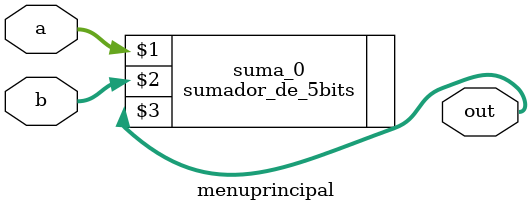
<source format=v>
`timescale 1ns / 1ps
module menuprincipal(input [4:0]a,b, output [5:0]out);

sumador_de_5bits suma_0 (a,b,out);

endmodule

</source>
